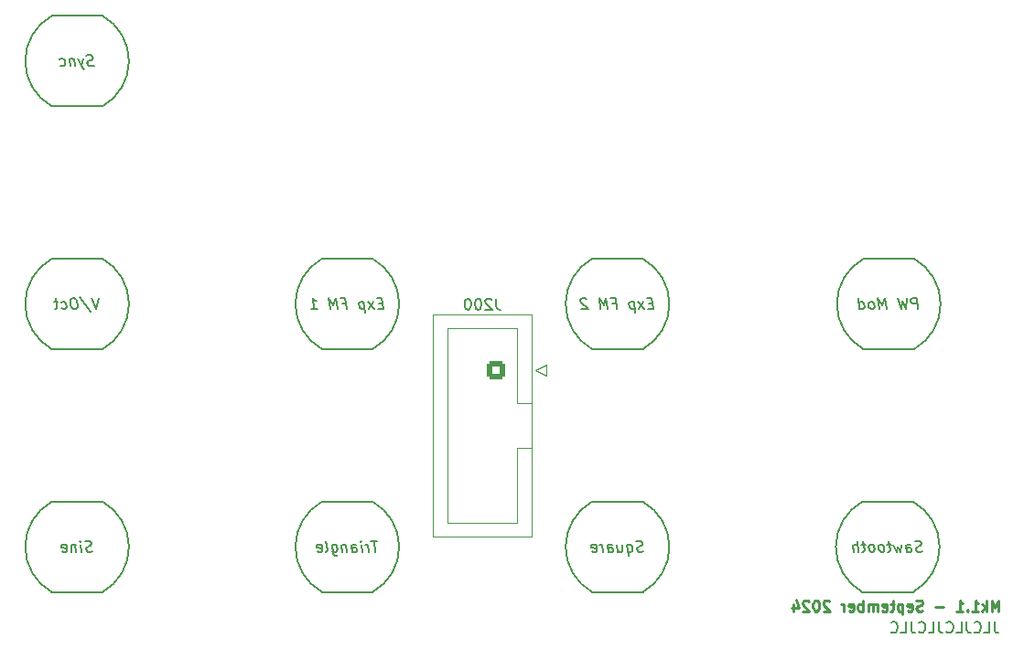
<source format=gbo>
G04 #@! TF.GenerationSoftware,KiCad,Pcbnew,8.0.3*
G04 #@! TF.CreationDate,2024-09-16T16:49:19+02:00*
G04 #@! TF.ProjectId,DMH_VCO_40106_PCB_Connectors,444d485f-5643-44f5-9f34-303130365f50,1*
G04 #@! TF.SameCoordinates,Original*
G04 #@! TF.FileFunction,Legend,Bot*
G04 #@! TF.FilePolarity,Positive*
%FSLAX46Y46*%
G04 Gerber Fmt 4.6, Leading zero omitted, Abs format (unit mm)*
G04 Created by KiCad (PCBNEW 8.0.3) date 2024-09-16 16:49:19*
%MOMM*%
%LPD*%
G01*
G04 APERTURE LIST*
G04 Aperture macros list*
%AMRoundRect*
0 Rectangle with rounded corners*
0 $1 Rounding radius*
0 $2 $3 $4 $5 $6 $7 $8 $9 X,Y pos of 4 corners*
0 Add a 4 corners polygon primitive as box body*
4,1,4,$2,$3,$4,$5,$6,$7,$8,$9,$2,$3,0*
0 Add four circle primitives for the rounded corners*
1,1,$1+$1,$2,$3*
1,1,$1+$1,$4,$5*
1,1,$1+$1,$6,$7*
1,1,$1+$1,$8,$9*
0 Add four rect primitives between the rounded corners*
20,1,$1+$1,$2,$3,$4,$5,0*
20,1,$1+$1,$4,$5,$6,$7,0*
20,1,$1+$1,$6,$7,$8,$9,0*
20,1,$1+$1,$8,$9,$2,$3,0*%
%AMHorizOval*
0 Thick line with rounded ends*
0 $1 width*
0 $2 $3 position (X,Y) of the first rounded end (center of the circle)*
0 $4 $5 position (X,Y) of the second rounded end (center of the circle)*
0 Add line between two ends*
20,1,$1,$2,$3,$4,$5,0*
0 Add two circle primitives to create the rounded ends*
1,1,$1,$2,$3*
1,1,$1,$4,$5*%
G04 Aperture macros list end*
%ADD10C,0.250000*%
%ADD11C,0.150000*%
%ADD12C,0.120000*%
%ADD13HorizOval,1.712000X-0.533159X-0.533159X0.533159X0.533159X0*%
%ADD14O,1.712000X3.220000*%
%ADD15O,3.220000X1.712000*%
%ADD16R,1.700000X1.700000*%
%ADD17O,1.700000X1.700000*%
%ADD18RoundRect,0.250000X0.600000X0.600000X-0.600000X0.600000X-0.600000X-0.600000X0.600000X-0.600000X0*%
%ADD19C,1.700000*%
G04 APERTURE END LIST*
D10*
X147773809Y-234699619D02*
X147773809Y-233699619D01*
X147773809Y-233699619D02*
X147440476Y-234413904D01*
X147440476Y-234413904D02*
X147107143Y-233699619D01*
X147107143Y-233699619D02*
X147107143Y-234699619D01*
X146630952Y-234699619D02*
X146630952Y-233699619D01*
X146535714Y-234318666D02*
X146250000Y-234699619D01*
X146250000Y-234032952D02*
X146630952Y-234413904D01*
X145297619Y-234699619D02*
X145869047Y-234699619D01*
X145583333Y-234699619D02*
X145583333Y-233699619D01*
X145583333Y-233699619D02*
X145678571Y-233842476D01*
X145678571Y-233842476D02*
X145773809Y-233937714D01*
X145773809Y-233937714D02*
X145869047Y-233985333D01*
X144869047Y-234604380D02*
X144821428Y-234652000D01*
X144821428Y-234652000D02*
X144869047Y-234699619D01*
X144869047Y-234699619D02*
X144916666Y-234652000D01*
X144916666Y-234652000D02*
X144869047Y-234604380D01*
X144869047Y-234604380D02*
X144869047Y-234699619D01*
X143869048Y-234699619D02*
X144440476Y-234699619D01*
X144154762Y-234699619D02*
X144154762Y-233699619D01*
X144154762Y-233699619D02*
X144250000Y-233842476D01*
X144250000Y-233842476D02*
X144345238Y-233937714D01*
X144345238Y-233937714D02*
X144440476Y-233985333D01*
X142678571Y-234318666D02*
X141916667Y-234318666D01*
X140726190Y-234652000D02*
X140583333Y-234699619D01*
X140583333Y-234699619D02*
X140345238Y-234699619D01*
X140345238Y-234699619D02*
X140250000Y-234652000D01*
X140250000Y-234652000D02*
X140202381Y-234604380D01*
X140202381Y-234604380D02*
X140154762Y-234509142D01*
X140154762Y-234509142D02*
X140154762Y-234413904D01*
X140154762Y-234413904D02*
X140202381Y-234318666D01*
X140202381Y-234318666D02*
X140250000Y-234271047D01*
X140250000Y-234271047D02*
X140345238Y-234223428D01*
X140345238Y-234223428D02*
X140535714Y-234175809D01*
X140535714Y-234175809D02*
X140630952Y-234128190D01*
X140630952Y-234128190D02*
X140678571Y-234080571D01*
X140678571Y-234080571D02*
X140726190Y-233985333D01*
X140726190Y-233985333D02*
X140726190Y-233890095D01*
X140726190Y-233890095D02*
X140678571Y-233794857D01*
X140678571Y-233794857D02*
X140630952Y-233747238D01*
X140630952Y-233747238D02*
X140535714Y-233699619D01*
X140535714Y-233699619D02*
X140297619Y-233699619D01*
X140297619Y-233699619D02*
X140154762Y-233747238D01*
X139345238Y-234652000D02*
X139440476Y-234699619D01*
X139440476Y-234699619D02*
X139630952Y-234699619D01*
X139630952Y-234699619D02*
X139726190Y-234652000D01*
X139726190Y-234652000D02*
X139773809Y-234556761D01*
X139773809Y-234556761D02*
X139773809Y-234175809D01*
X139773809Y-234175809D02*
X139726190Y-234080571D01*
X139726190Y-234080571D02*
X139630952Y-234032952D01*
X139630952Y-234032952D02*
X139440476Y-234032952D01*
X139440476Y-234032952D02*
X139345238Y-234080571D01*
X139345238Y-234080571D02*
X139297619Y-234175809D01*
X139297619Y-234175809D02*
X139297619Y-234271047D01*
X139297619Y-234271047D02*
X139773809Y-234366285D01*
X138869047Y-234032952D02*
X138869047Y-235032952D01*
X138869047Y-234080571D02*
X138773809Y-234032952D01*
X138773809Y-234032952D02*
X138583333Y-234032952D01*
X138583333Y-234032952D02*
X138488095Y-234080571D01*
X138488095Y-234080571D02*
X138440476Y-234128190D01*
X138440476Y-234128190D02*
X138392857Y-234223428D01*
X138392857Y-234223428D02*
X138392857Y-234509142D01*
X138392857Y-234509142D02*
X138440476Y-234604380D01*
X138440476Y-234604380D02*
X138488095Y-234652000D01*
X138488095Y-234652000D02*
X138583333Y-234699619D01*
X138583333Y-234699619D02*
X138773809Y-234699619D01*
X138773809Y-234699619D02*
X138869047Y-234652000D01*
X138107142Y-234032952D02*
X137726190Y-234032952D01*
X137964285Y-233699619D02*
X137964285Y-234556761D01*
X137964285Y-234556761D02*
X137916666Y-234652000D01*
X137916666Y-234652000D02*
X137821428Y-234699619D01*
X137821428Y-234699619D02*
X137726190Y-234699619D01*
X137011904Y-234652000D02*
X137107142Y-234699619D01*
X137107142Y-234699619D02*
X137297618Y-234699619D01*
X137297618Y-234699619D02*
X137392856Y-234652000D01*
X137392856Y-234652000D02*
X137440475Y-234556761D01*
X137440475Y-234556761D02*
X137440475Y-234175809D01*
X137440475Y-234175809D02*
X137392856Y-234080571D01*
X137392856Y-234080571D02*
X137297618Y-234032952D01*
X137297618Y-234032952D02*
X137107142Y-234032952D01*
X137107142Y-234032952D02*
X137011904Y-234080571D01*
X137011904Y-234080571D02*
X136964285Y-234175809D01*
X136964285Y-234175809D02*
X136964285Y-234271047D01*
X136964285Y-234271047D02*
X137440475Y-234366285D01*
X136535713Y-234699619D02*
X136535713Y-234032952D01*
X136535713Y-234128190D02*
X136488094Y-234080571D01*
X136488094Y-234080571D02*
X136392856Y-234032952D01*
X136392856Y-234032952D02*
X136249999Y-234032952D01*
X136249999Y-234032952D02*
X136154761Y-234080571D01*
X136154761Y-234080571D02*
X136107142Y-234175809D01*
X136107142Y-234175809D02*
X136107142Y-234699619D01*
X136107142Y-234175809D02*
X136059523Y-234080571D01*
X136059523Y-234080571D02*
X135964285Y-234032952D01*
X135964285Y-234032952D02*
X135821428Y-234032952D01*
X135821428Y-234032952D02*
X135726189Y-234080571D01*
X135726189Y-234080571D02*
X135678570Y-234175809D01*
X135678570Y-234175809D02*
X135678570Y-234699619D01*
X135202380Y-234699619D02*
X135202380Y-233699619D01*
X135202380Y-234080571D02*
X135107142Y-234032952D01*
X135107142Y-234032952D02*
X134916666Y-234032952D01*
X134916666Y-234032952D02*
X134821428Y-234080571D01*
X134821428Y-234080571D02*
X134773809Y-234128190D01*
X134773809Y-234128190D02*
X134726190Y-234223428D01*
X134726190Y-234223428D02*
X134726190Y-234509142D01*
X134726190Y-234509142D02*
X134773809Y-234604380D01*
X134773809Y-234604380D02*
X134821428Y-234652000D01*
X134821428Y-234652000D02*
X134916666Y-234699619D01*
X134916666Y-234699619D02*
X135107142Y-234699619D01*
X135107142Y-234699619D02*
X135202380Y-234652000D01*
X133916666Y-234652000D02*
X134011904Y-234699619D01*
X134011904Y-234699619D02*
X134202380Y-234699619D01*
X134202380Y-234699619D02*
X134297618Y-234652000D01*
X134297618Y-234652000D02*
X134345237Y-234556761D01*
X134345237Y-234556761D02*
X134345237Y-234175809D01*
X134345237Y-234175809D02*
X134297618Y-234080571D01*
X134297618Y-234080571D02*
X134202380Y-234032952D01*
X134202380Y-234032952D02*
X134011904Y-234032952D01*
X134011904Y-234032952D02*
X133916666Y-234080571D01*
X133916666Y-234080571D02*
X133869047Y-234175809D01*
X133869047Y-234175809D02*
X133869047Y-234271047D01*
X133869047Y-234271047D02*
X134345237Y-234366285D01*
X133440475Y-234699619D02*
X133440475Y-234032952D01*
X133440475Y-234223428D02*
X133392856Y-234128190D01*
X133392856Y-234128190D02*
X133345237Y-234080571D01*
X133345237Y-234080571D02*
X133249999Y-234032952D01*
X133249999Y-234032952D02*
X133154761Y-234032952D01*
X132107141Y-233794857D02*
X132059522Y-233747238D01*
X132059522Y-233747238D02*
X131964284Y-233699619D01*
X131964284Y-233699619D02*
X131726189Y-233699619D01*
X131726189Y-233699619D02*
X131630951Y-233747238D01*
X131630951Y-233747238D02*
X131583332Y-233794857D01*
X131583332Y-233794857D02*
X131535713Y-233890095D01*
X131535713Y-233890095D02*
X131535713Y-233985333D01*
X131535713Y-233985333D02*
X131583332Y-234128190D01*
X131583332Y-234128190D02*
X132154760Y-234699619D01*
X132154760Y-234699619D02*
X131535713Y-234699619D01*
X130916665Y-233699619D02*
X130821427Y-233699619D01*
X130821427Y-233699619D02*
X130726189Y-233747238D01*
X130726189Y-233747238D02*
X130678570Y-233794857D01*
X130678570Y-233794857D02*
X130630951Y-233890095D01*
X130630951Y-233890095D02*
X130583332Y-234080571D01*
X130583332Y-234080571D02*
X130583332Y-234318666D01*
X130583332Y-234318666D02*
X130630951Y-234509142D01*
X130630951Y-234509142D02*
X130678570Y-234604380D01*
X130678570Y-234604380D02*
X130726189Y-234652000D01*
X130726189Y-234652000D02*
X130821427Y-234699619D01*
X130821427Y-234699619D02*
X130916665Y-234699619D01*
X130916665Y-234699619D02*
X131011903Y-234652000D01*
X131011903Y-234652000D02*
X131059522Y-234604380D01*
X131059522Y-234604380D02*
X131107141Y-234509142D01*
X131107141Y-234509142D02*
X131154760Y-234318666D01*
X131154760Y-234318666D02*
X131154760Y-234080571D01*
X131154760Y-234080571D02*
X131107141Y-233890095D01*
X131107141Y-233890095D02*
X131059522Y-233794857D01*
X131059522Y-233794857D02*
X131011903Y-233747238D01*
X131011903Y-233747238D02*
X130916665Y-233699619D01*
X130202379Y-233794857D02*
X130154760Y-233747238D01*
X130154760Y-233747238D02*
X130059522Y-233699619D01*
X130059522Y-233699619D02*
X129821427Y-233699619D01*
X129821427Y-233699619D02*
X129726189Y-233747238D01*
X129726189Y-233747238D02*
X129678570Y-233794857D01*
X129678570Y-233794857D02*
X129630951Y-233890095D01*
X129630951Y-233890095D02*
X129630951Y-233985333D01*
X129630951Y-233985333D02*
X129678570Y-234128190D01*
X129678570Y-234128190D02*
X130249998Y-234699619D01*
X130249998Y-234699619D02*
X129630951Y-234699619D01*
X128773808Y-234032952D02*
X128773808Y-234699619D01*
X129011903Y-233652000D02*
X129249998Y-234366285D01*
X129249998Y-234366285D02*
X128630951Y-234366285D01*
D11*
X147369048Y-235704819D02*
X147369048Y-236419104D01*
X147369048Y-236419104D02*
X147416667Y-236561961D01*
X147416667Y-236561961D02*
X147511905Y-236657200D01*
X147511905Y-236657200D02*
X147654762Y-236704819D01*
X147654762Y-236704819D02*
X147750000Y-236704819D01*
X146416667Y-236704819D02*
X146892857Y-236704819D01*
X146892857Y-236704819D02*
X146892857Y-235704819D01*
X145511905Y-236609580D02*
X145559524Y-236657200D01*
X145559524Y-236657200D02*
X145702381Y-236704819D01*
X145702381Y-236704819D02*
X145797619Y-236704819D01*
X145797619Y-236704819D02*
X145940476Y-236657200D01*
X145940476Y-236657200D02*
X146035714Y-236561961D01*
X146035714Y-236561961D02*
X146083333Y-236466723D01*
X146083333Y-236466723D02*
X146130952Y-236276247D01*
X146130952Y-236276247D02*
X146130952Y-236133390D01*
X146130952Y-236133390D02*
X146083333Y-235942914D01*
X146083333Y-235942914D02*
X146035714Y-235847676D01*
X146035714Y-235847676D02*
X145940476Y-235752438D01*
X145940476Y-235752438D02*
X145797619Y-235704819D01*
X145797619Y-235704819D02*
X145702381Y-235704819D01*
X145702381Y-235704819D02*
X145559524Y-235752438D01*
X145559524Y-235752438D02*
X145511905Y-235800057D01*
X144797619Y-235704819D02*
X144797619Y-236419104D01*
X144797619Y-236419104D02*
X144845238Y-236561961D01*
X144845238Y-236561961D02*
X144940476Y-236657200D01*
X144940476Y-236657200D02*
X145083333Y-236704819D01*
X145083333Y-236704819D02*
X145178571Y-236704819D01*
X143845238Y-236704819D02*
X144321428Y-236704819D01*
X144321428Y-236704819D02*
X144321428Y-235704819D01*
X142940476Y-236609580D02*
X142988095Y-236657200D01*
X142988095Y-236657200D02*
X143130952Y-236704819D01*
X143130952Y-236704819D02*
X143226190Y-236704819D01*
X143226190Y-236704819D02*
X143369047Y-236657200D01*
X143369047Y-236657200D02*
X143464285Y-236561961D01*
X143464285Y-236561961D02*
X143511904Y-236466723D01*
X143511904Y-236466723D02*
X143559523Y-236276247D01*
X143559523Y-236276247D02*
X143559523Y-236133390D01*
X143559523Y-236133390D02*
X143511904Y-235942914D01*
X143511904Y-235942914D02*
X143464285Y-235847676D01*
X143464285Y-235847676D02*
X143369047Y-235752438D01*
X143369047Y-235752438D02*
X143226190Y-235704819D01*
X143226190Y-235704819D02*
X143130952Y-235704819D01*
X143130952Y-235704819D02*
X142988095Y-235752438D01*
X142988095Y-235752438D02*
X142940476Y-235800057D01*
X142226190Y-235704819D02*
X142226190Y-236419104D01*
X142226190Y-236419104D02*
X142273809Y-236561961D01*
X142273809Y-236561961D02*
X142369047Y-236657200D01*
X142369047Y-236657200D02*
X142511904Y-236704819D01*
X142511904Y-236704819D02*
X142607142Y-236704819D01*
X141273809Y-236704819D02*
X141749999Y-236704819D01*
X141749999Y-236704819D02*
X141749999Y-235704819D01*
X140369047Y-236609580D02*
X140416666Y-236657200D01*
X140416666Y-236657200D02*
X140559523Y-236704819D01*
X140559523Y-236704819D02*
X140654761Y-236704819D01*
X140654761Y-236704819D02*
X140797618Y-236657200D01*
X140797618Y-236657200D02*
X140892856Y-236561961D01*
X140892856Y-236561961D02*
X140940475Y-236466723D01*
X140940475Y-236466723D02*
X140988094Y-236276247D01*
X140988094Y-236276247D02*
X140988094Y-236133390D01*
X140988094Y-236133390D02*
X140940475Y-235942914D01*
X140940475Y-235942914D02*
X140892856Y-235847676D01*
X140892856Y-235847676D02*
X140797618Y-235752438D01*
X140797618Y-235752438D02*
X140654761Y-235704819D01*
X140654761Y-235704819D02*
X140559523Y-235704819D01*
X140559523Y-235704819D02*
X140416666Y-235752438D01*
X140416666Y-235752438D02*
X140369047Y-235800057D01*
X139654761Y-235704819D02*
X139654761Y-236419104D01*
X139654761Y-236419104D02*
X139702380Y-236561961D01*
X139702380Y-236561961D02*
X139797618Y-236657200D01*
X139797618Y-236657200D02*
X139940475Y-236704819D01*
X139940475Y-236704819D02*
X140035713Y-236704819D01*
X138702380Y-236704819D02*
X139178570Y-236704819D01*
X139178570Y-236704819D02*
X139178570Y-235704819D01*
X137797618Y-236609580D02*
X137845237Y-236657200D01*
X137845237Y-236657200D02*
X137988094Y-236704819D01*
X137988094Y-236704819D02*
X138083332Y-236704819D01*
X138083332Y-236704819D02*
X138226189Y-236657200D01*
X138226189Y-236657200D02*
X138321427Y-236561961D01*
X138321427Y-236561961D02*
X138369046Y-236466723D01*
X138369046Y-236466723D02*
X138416665Y-236276247D01*
X138416665Y-236276247D02*
X138416665Y-236133390D01*
X138416665Y-236133390D02*
X138369046Y-235942914D01*
X138369046Y-235942914D02*
X138321427Y-235847676D01*
X138321427Y-235847676D02*
X138226189Y-235752438D01*
X138226189Y-235752438D02*
X138083332Y-235704819D01*
X138083332Y-235704819D02*
X137988094Y-235704819D01*
X137988094Y-235704819D02*
X137845237Y-235752438D01*
X137845237Y-235752438D02*
X137797618Y-235800057D01*
X140690476Y-229157200D02*
X140553572Y-229204819D01*
X140553572Y-229204819D02*
X140315476Y-229204819D01*
X140315476Y-229204819D02*
X140214286Y-229157200D01*
X140214286Y-229157200D02*
X140160714Y-229109580D01*
X140160714Y-229109580D02*
X140101191Y-229014342D01*
X140101191Y-229014342D02*
X140089286Y-228919104D01*
X140089286Y-228919104D02*
X140125000Y-228823866D01*
X140125000Y-228823866D02*
X140166667Y-228776247D01*
X140166667Y-228776247D02*
X140255953Y-228728628D01*
X140255953Y-228728628D02*
X140440476Y-228681009D01*
X140440476Y-228681009D02*
X140529762Y-228633390D01*
X140529762Y-228633390D02*
X140571429Y-228585771D01*
X140571429Y-228585771D02*
X140607143Y-228490533D01*
X140607143Y-228490533D02*
X140595238Y-228395295D01*
X140595238Y-228395295D02*
X140535714Y-228300057D01*
X140535714Y-228300057D02*
X140482143Y-228252438D01*
X140482143Y-228252438D02*
X140380953Y-228204819D01*
X140380953Y-228204819D02*
X140142857Y-228204819D01*
X140142857Y-228204819D02*
X140005953Y-228252438D01*
X139267857Y-229204819D02*
X139202381Y-228681009D01*
X139202381Y-228681009D02*
X139238095Y-228585771D01*
X139238095Y-228585771D02*
X139327381Y-228538152D01*
X139327381Y-228538152D02*
X139517857Y-228538152D01*
X139517857Y-228538152D02*
X139619048Y-228585771D01*
X139261905Y-229157200D02*
X139363095Y-229204819D01*
X139363095Y-229204819D02*
X139601191Y-229204819D01*
X139601191Y-229204819D02*
X139690476Y-229157200D01*
X139690476Y-229157200D02*
X139726191Y-229061961D01*
X139726191Y-229061961D02*
X139714286Y-228966723D01*
X139714286Y-228966723D02*
X139654762Y-228871485D01*
X139654762Y-228871485D02*
X139553572Y-228823866D01*
X139553572Y-228823866D02*
X139315476Y-228823866D01*
X139315476Y-228823866D02*
X139214286Y-228776247D01*
X138803571Y-228538152D02*
X138696429Y-229204819D01*
X138696429Y-229204819D02*
X138446429Y-228728628D01*
X138446429Y-228728628D02*
X138315476Y-229204819D01*
X138315476Y-229204819D02*
X138041667Y-228538152D01*
X137803571Y-228538152D02*
X137422619Y-228538152D01*
X137619048Y-228204819D02*
X137726191Y-229061961D01*
X137726191Y-229061961D02*
X137690476Y-229157200D01*
X137690476Y-229157200D02*
X137601191Y-229204819D01*
X137601191Y-229204819D02*
X137505952Y-229204819D01*
X137029762Y-229204819D02*
X137119047Y-229157200D01*
X137119047Y-229157200D02*
X137160714Y-229109580D01*
X137160714Y-229109580D02*
X137196428Y-229014342D01*
X137196428Y-229014342D02*
X137160714Y-228728628D01*
X137160714Y-228728628D02*
X137101190Y-228633390D01*
X137101190Y-228633390D02*
X137047619Y-228585771D01*
X137047619Y-228585771D02*
X136946428Y-228538152D01*
X136946428Y-228538152D02*
X136803571Y-228538152D01*
X136803571Y-228538152D02*
X136714285Y-228585771D01*
X136714285Y-228585771D02*
X136672619Y-228633390D01*
X136672619Y-228633390D02*
X136636904Y-228728628D01*
X136636904Y-228728628D02*
X136672619Y-229014342D01*
X136672619Y-229014342D02*
X136732142Y-229109580D01*
X136732142Y-229109580D02*
X136785714Y-229157200D01*
X136785714Y-229157200D02*
X136886904Y-229204819D01*
X136886904Y-229204819D02*
X137029762Y-229204819D01*
X136125000Y-229204819D02*
X136214285Y-229157200D01*
X136214285Y-229157200D02*
X136255952Y-229109580D01*
X136255952Y-229109580D02*
X136291666Y-229014342D01*
X136291666Y-229014342D02*
X136255952Y-228728628D01*
X136255952Y-228728628D02*
X136196428Y-228633390D01*
X136196428Y-228633390D02*
X136142857Y-228585771D01*
X136142857Y-228585771D02*
X136041666Y-228538152D01*
X136041666Y-228538152D02*
X135898809Y-228538152D01*
X135898809Y-228538152D02*
X135809523Y-228585771D01*
X135809523Y-228585771D02*
X135767857Y-228633390D01*
X135767857Y-228633390D02*
X135732142Y-228728628D01*
X135732142Y-228728628D02*
X135767857Y-229014342D01*
X135767857Y-229014342D02*
X135827380Y-229109580D01*
X135827380Y-229109580D02*
X135880952Y-229157200D01*
X135880952Y-229157200D02*
X135982142Y-229204819D01*
X135982142Y-229204819D02*
X136125000Y-229204819D01*
X135422618Y-228538152D02*
X135041666Y-228538152D01*
X135238095Y-228204819D02*
X135345238Y-229061961D01*
X135345238Y-229061961D02*
X135309523Y-229157200D01*
X135309523Y-229157200D02*
X135220238Y-229204819D01*
X135220238Y-229204819D02*
X135124999Y-229204819D01*
X134791666Y-229204819D02*
X134666666Y-228204819D01*
X134363094Y-229204819D02*
X134297618Y-228681009D01*
X134297618Y-228681009D02*
X134333332Y-228585771D01*
X134333332Y-228585771D02*
X134422618Y-228538152D01*
X134422618Y-228538152D02*
X134565475Y-228538152D01*
X134565475Y-228538152D02*
X134666666Y-228585771D01*
X134666666Y-228585771D02*
X134720237Y-228633390D01*
X90261905Y-228204819D02*
X89690476Y-228204819D01*
X90101191Y-229204819D02*
X89976191Y-228204819D01*
X89482143Y-229204819D02*
X89398809Y-228538152D01*
X89422619Y-228728628D02*
X89363095Y-228633390D01*
X89363095Y-228633390D02*
X89309524Y-228585771D01*
X89309524Y-228585771D02*
X89208333Y-228538152D01*
X89208333Y-228538152D02*
X89113095Y-228538152D01*
X88863095Y-229204819D02*
X88779761Y-228538152D01*
X88738095Y-228204819D02*
X88791666Y-228252438D01*
X88791666Y-228252438D02*
X88749999Y-228300057D01*
X88749999Y-228300057D02*
X88696428Y-228252438D01*
X88696428Y-228252438D02*
X88738095Y-228204819D01*
X88738095Y-228204819D02*
X88749999Y-228300057D01*
X87958333Y-229204819D02*
X87892857Y-228681009D01*
X87892857Y-228681009D02*
X87928571Y-228585771D01*
X87928571Y-228585771D02*
X88017857Y-228538152D01*
X88017857Y-228538152D02*
X88208333Y-228538152D01*
X88208333Y-228538152D02*
X88309524Y-228585771D01*
X87952381Y-229157200D02*
X88053571Y-229204819D01*
X88053571Y-229204819D02*
X88291667Y-229204819D01*
X88291667Y-229204819D02*
X88380952Y-229157200D01*
X88380952Y-229157200D02*
X88416667Y-229061961D01*
X88416667Y-229061961D02*
X88404762Y-228966723D01*
X88404762Y-228966723D02*
X88345238Y-228871485D01*
X88345238Y-228871485D02*
X88244048Y-228823866D01*
X88244048Y-228823866D02*
X88005952Y-228823866D01*
X88005952Y-228823866D02*
X87904762Y-228776247D01*
X87398809Y-228538152D02*
X87482143Y-229204819D01*
X87410714Y-228633390D02*
X87357143Y-228585771D01*
X87357143Y-228585771D02*
X87255952Y-228538152D01*
X87255952Y-228538152D02*
X87113095Y-228538152D01*
X87113095Y-228538152D02*
X87023809Y-228585771D01*
X87023809Y-228585771D02*
X86988095Y-228681009D01*
X86988095Y-228681009D02*
X87053571Y-229204819D01*
X86065476Y-228538152D02*
X86166666Y-229347676D01*
X86166666Y-229347676D02*
X86226190Y-229442914D01*
X86226190Y-229442914D02*
X86279762Y-229490533D01*
X86279762Y-229490533D02*
X86380952Y-229538152D01*
X86380952Y-229538152D02*
X86523809Y-229538152D01*
X86523809Y-229538152D02*
X86613095Y-229490533D01*
X86142857Y-229157200D02*
X86244047Y-229204819D01*
X86244047Y-229204819D02*
X86434524Y-229204819D01*
X86434524Y-229204819D02*
X86523809Y-229157200D01*
X86523809Y-229157200D02*
X86565476Y-229109580D01*
X86565476Y-229109580D02*
X86601190Y-229014342D01*
X86601190Y-229014342D02*
X86565476Y-228728628D01*
X86565476Y-228728628D02*
X86505952Y-228633390D01*
X86505952Y-228633390D02*
X86452381Y-228585771D01*
X86452381Y-228585771D02*
X86351190Y-228538152D01*
X86351190Y-228538152D02*
X86160714Y-228538152D01*
X86160714Y-228538152D02*
X86071428Y-228585771D01*
X85529762Y-229204819D02*
X85619047Y-229157200D01*
X85619047Y-229157200D02*
X85654762Y-229061961D01*
X85654762Y-229061961D02*
X85547619Y-228204819D01*
X84761904Y-229157200D02*
X84863094Y-229204819D01*
X84863094Y-229204819D02*
X85053571Y-229204819D01*
X85053571Y-229204819D02*
X85142856Y-229157200D01*
X85142856Y-229157200D02*
X85178571Y-229061961D01*
X85178571Y-229061961D02*
X85130952Y-228681009D01*
X85130952Y-228681009D02*
X85071428Y-228585771D01*
X85071428Y-228585771D02*
X84970237Y-228538152D01*
X84970237Y-228538152D02*
X84779761Y-228538152D01*
X84779761Y-228538152D02*
X84690475Y-228585771D01*
X84690475Y-228585771D02*
X84654761Y-228681009D01*
X84654761Y-228681009D02*
X84666666Y-228776247D01*
X84666666Y-228776247D02*
X85154761Y-228871485D01*
X64047618Y-184157200D02*
X63910714Y-184204819D01*
X63910714Y-184204819D02*
X63672618Y-184204819D01*
X63672618Y-184204819D02*
X63571428Y-184157200D01*
X63571428Y-184157200D02*
X63517856Y-184109580D01*
X63517856Y-184109580D02*
X63458333Y-184014342D01*
X63458333Y-184014342D02*
X63446428Y-183919104D01*
X63446428Y-183919104D02*
X63482142Y-183823866D01*
X63482142Y-183823866D02*
X63523809Y-183776247D01*
X63523809Y-183776247D02*
X63613095Y-183728628D01*
X63613095Y-183728628D02*
X63797618Y-183681009D01*
X63797618Y-183681009D02*
X63886904Y-183633390D01*
X63886904Y-183633390D02*
X63928571Y-183585771D01*
X63928571Y-183585771D02*
X63964285Y-183490533D01*
X63964285Y-183490533D02*
X63952380Y-183395295D01*
X63952380Y-183395295D02*
X63892856Y-183300057D01*
X63892856Y-183300057D02*
X63839285Y-183252438D01*
X63839285Y-183252438D02*
X63738095Y-183204819D01*
X63738095Y-183204819D02*
X63499999Y-183204819D01*
X63499999Y-183204819D02*
X63363095Y-183252438D01*
X63065475Y-183538152D02*
X62910714Y-184204819D01*
X62589285Y-183538152D02*
X62910714Y-184204819D01*
X62910714Y-184204819D02*
X63035714Y-184442914D01*
X63035714Y-184442914D02*
X63089285Y-184490533D01*
X63089285Y-184490533D02*
X63190475Y-184538152D01*
X62208332Y-183538152D02*
X62291666Y-184204819D01*
X62220237Y-183633390D02*
X62166666Y-183585771D01*
X62166666Y-183585771D02*
X62065475Y-183538152D01*
X62065475Y-183538152D02*
X61922618Y-183538152D01*
X61922618Y-183538152D02*
X61833332Y-183585771D01*
X61833332Y-183585771D02*
X61797618Y-183681009D01*
X61797618Y-183681009D02*
X61863094Y-184204819D01*
X60952380Y-184157200D02*
X61053570Y-184204819D01*
X61053570Y-184204819D02*
X61244047Y-184204819D01*
X61244047Y-184204819D02*
X61333332Y-184157200D01*
X61333332Y-184157200D02*
X61374999Y-184109580D01*
X61374999Y-184109580D02*
X61410713Y-184014342D01*
X61410713Y-184014342D02*
X61374999Y-183728628D01*
X61374999Y-183728628D02*
X61315475Y-183633390D01*
X61315475Y-183633390D02*
X61261904Y-183585771D01*
X61261904Y-183585771D02*
X61160713Y-183538152D01*
X61160713Y-183538152D02*
X60970237Y-183538152D01*
X60970237Y-183538152D02*
X60880951Y-183585771D01*
X64476190Y-205704819D02*
X64267856Y-206704819D01*
X64267856Y-206704819D02*
X63809523Y-205704819D01*
X62755952Y-205657200D02*
X63773809Y-206942914D01*
X62238094Y-205704819D02*
X62047618Y-205704819D01*
X62047618Y-205704819D02*
X61958333Y-205752438D01*
X61958333Y-205752438D02*
X61874999Y-205847676D01*
X61874999Y-205847676D02*
X61851190Y-206038152D01*
X61851190Y-206038152D02*
X61892856Y-206371485D01*
X61892856Y-206371485D02*
X61964285Y-206561961D01*
X61964285Y-206561961D02*
X62071428Y-206657200D01*
X62071428Y-206657200D02*
X62172618Y-206704819D01*
X62172618Y-206704819D02*
X62363094Y-206704819D01*
X62363094Y-206704819D02*
X62452380Y-206657200D01*
X62452380Y-206657200D02*
X62535714Y-206561961D01*
X62535714Y-206561961D02*
X62559523Y-206371485D01*
X62559523Y-206371485D02*
X62517856Y-206038152D01*
X62517856Y-206038152D02*
X62446428Y-205847676D01*
X62446428Y-205847676D02*
X62339285Y-205752438D01*
X62339285Y-205752438D02*
X62238094Y-205704819D01*
X61071428Y-206657200D02*
X61172618Y-206704819D01*
X61172618Y-206704819D02*
X61363095Y-206704819D01*
X61363095Y-206704819D02*
X61452380Y-206657200D01*
X61452380Y-206657200D02*
X61494047Y-206609580D01*
X61494047Y-206609580D02*
X61529761Y-206514342D01*
X61529761Y-206514342D02*
X61494047Y-206228628D01*
X61494047Y-206228628D02*
X61434523Y-206133390D01*
X61434523Y-206133390D02*
X61380952Y-206085771D01*
X61380952Y-206085771D02*
X61279761Y-206038152D01*
X61279761Y-206038152D02*
X61089285Y-206038152D01*
X61089285Y-206038152D02*
X60999999Y-206085771D01*
X60708332Y-206038152D02*
X60327380Y-206038152D01*
X60523809Y-205704819D02*
X60630952Y-206561961D01*
X60630952Y-206561961D02*
X60595237Y-206657200D01*
X60595237Y-206657200D02*
X60505952Y-206704819D01*
X60505952Y-206704819D02*
X60410713Y-206704819D01*
X140292618Y-206704819D02*
X140167618Y-205704819D01*
X140167618Y-205704819D02*
X139786665Y-205704819D01*
X139786665Y-205704819D02*
X139697380Y-205752438D01*
X139697380Y-205752438D02*
X139655713Y-205800057D01*
X139655713Y-205800057D02*
X139619999Y-205895295D01*
X139619999Y-205895295D02*
X139637856Y-206038152D01*
X139637856Y-206038152D02*
X139697380Y-206133390D01*
X139697380Y-206133390D02*
X139750951Y-206181009D01*
X139750951Y-206181009D02*
X139852141Y-206228628D01*
X139852141Y-206228628D02*
X140233094Y-206228628D01*
X139262856Y-205704819D02*
X139149761Y-206704819D01*
X139149761Y-206704819D02*
X138869999Y-205990533D01*
X138869999Y-205990533D02*
X138768808Y-206704819D01*
X138768808Y-206704819D02*
X138405713Y-205704819D01*
X137387856Y-206704819D02*
X137262856Y-205704819D01*
X137262856Y-205704819D02*
X137018808Y-206419104D01*
X137018808Y-206419104D02*
X136596189Y-205704819D01*
X136596189Y-205704819D02*
X136721189Y-206704819D01*
X136102142Y-206704819D02*
X136191427Y-206657200D01*
X136191427Y-206657200D02*
X136233094Y-206609580D01*
X136233094Y-206609580D02*
X136268808Y-206514342D01*
X136268808Y-206514342D02*
X136233094Y-206228628D01*
X136233094Y-206228628D02*
X136173570Y-206133390D01*
X136173570Y-206133390D02*
X136119999Y-206085771D01*
X136119999Y-206085771D02*
X136018808Y-206038152D01*
X136018808Y-206038152D02*
X135875951Y-206038152D01*
X135875951Y-206038152D02*
X135786665Y-206085771D01*
X135786665Y-206085771D02*
X135744999Y-206133390D01*
X135744999Y-206133390D02*
X135709284Y-206228628D01*
X135709284Y-206228628D02*
X135744999Y-206514342D01*
X135744999Y-206514342D02*
X135804522Y-206609580D01*
X135804522Y-206609580D02*
X135858094Y-206657200D01*
X135858094Y-206657200D02*
X135959284Y-206704819D01*
X135959284Y-206704819D02*
X136102142Y-206704819D01*
X134911665Y-206704819D02*
X134786665Y-205704819D01*
X134905713Y-206657200D02*
X135006903Y-206704819D01*
X135006903Y-206704819D02*
X135197380Y-206704819D01*
X135197380Y-206704819D02*
X135286665Y-206657200D01*
X135286665Y-206657200D02*
X135328332Y-206609580D01*
X135328332Y-206609580D02*
X135364046Y-206514342D01*
X135364046Y-206514342D02*
X135328332Y-206228628D01*
X135328332Y-206228628D02*
X135268808Y-206133390D01*
X135268808Y-206133390D02*
X135215237Y-206085771D01*
X135215237Y-206085771D02*
X135114046Y-206038152D01*
X135114046Y-206038152D02*
X134923570Y-206038152D01*
X134923570Y-206038152D02*
X134834284Y-206085771D01*
X90749999Y-206181009D02*
X90416666Y-206181009D01*
X90339285Y-206704819D02*
X90815476Y-206704819D01*
X90815476Y-206704819D02*
X90690476Y-205704819D01*
X90690476Y-205704819D02*
X90214285Y-205704819D01*
X90005952Y-206704819D02*
X89398809Y-206038152D01*
X89922618Y-206038152D02*
X89482142Y-206704819D01*
X89017856Y-206038152D02*
X89142856Y-207038152D01*
X89023809Y-206085771D02*
X88922618Y-206038152D01*
X88922618Y-206038152D02*
X88732142Y-206038152D01*
X88732142Y-206038152D02*
X88642856Y-206085771D01*
X88642856Y-206085771D02*
X88601190Y-206133390D01*
X88601190Y-206133390D02*
X88565475Y-206228628D01*
X88565475Y-206228628D02*
X88601190Y-206514342D01*
X88601190Y-206514342D02*
X88660713Y-206609580D01*
X88660713Y-206609580D02*
X88714285Y-206657200D01*
X88714285Y-206657200D02*
X88815475Y-206704819D01*
X88815475Y-206704819D02*
X89005952Y-206704819D01*
X89005952Y-206704819D02*
X89095237Y-206657200D01*
X87035713Y-206181009D02*
X87369046Y-206181009D01*
X87434523Y-206704819D02*
X87309523Y-205704819D01*
X87309523Y-205704819D02*
X86833332Y-205704819D01*
X86577380Y-206704819D02*
X86452380Y-205704819D01*
X86452380Y-205704819D02*
X86208332Y-206419104D01*
X86208332Y-206419104D02*
X85785713Y-205704819D01*
X85785713Y-205704819D02*
X85910713Y-206704819D01*
X84148808Y-206704819D02*
X84720237Y-206704819D01*
X84434522Y-206704819D02*
X84309522Y-205704819D01*
X84309522Y-205704819D02*
X84422618Y-205847676D01*
X84422618Y-205847676D02*
X84529761Y-205942914D01*
X84529761Y-205942914D02*
X84630951Y-205990533D01*
X114880952Y-229157200D02*
X114744048Y-229204819D01*
X114744048Y-229204819D02*
X114505952Y-229204819D01*
X114505952Y-229204819D02*
X114404762Y-229157200D01*
X114404762Y-229157200D02*
X114351190Y-229109580D01*
X114351190Y-229109580D02*
X114291667Y-229014342D01*
X114291667Y-229014342D02*
X114279762Y-228919104D01*
X114279762Y-228919104D02*
X114315476Y-228823866D01*
X114315476Y-228823866D02*
X114357143Y-228776247D01*
X114357143Y-228776247D02*
X114446429Y-228728628D01*
X114446429Y-228728628D02*
X114630952Y-228681009D01*
X114630952Y-228681009D02*
X114720238Y-228633390D01*
X114720238Y-228633390D02*
X114761905Y-228585771D01*
X114761905Y-228585771D02*
X114797619Y-228490533D01*
X114797619Y-228490533D02*
X114785714Y-228395295D01*
X114785714Y-228395295D02*
X114726190Y-228300057D01*
X114726190Y-228300057D02*
X114672619Y-228252438D01*
X114672619Y-228252438D02*
X114571429Y-228204819D01*
X114571429Y-228204819D02*
X114333333Y-228204819D01*
X114333333Y-228204819D02*
X114196429Y-228252438D01*
X113375000Y-228538152D02*
X113500000Y-229538152D01*
X113452381Y-229157200D02*
X113553571Y-229204819D01*
X113553571Y-229204819D02*
X113744048Y-229204819D01*
X113744048Y-229204819D02*
X113833333Y-229157200D01*
X113833333Y-229157200D02*
X113875000Y-229109580D01*
X113875000Y-229109580D02*
X113910714Y-229014342D01*
X113910714Y-229014342D02*
X113875000Y-228728628D01*
X113875000Y-228728628D02*
X113815476Y-228633390D01*
X113815476Y-228633390D02*
X113761905Y-228585771D01*
X113761905Y-228585771D02*
X113660714Y-228538152D01*
X113660714Y-228538152D02*
X113470238Y-228538152D01*
X113470238Y-228538152D02*
X113380952Y-228585771D01*
X112470238Y-228538152D02*
X112553571Y-229204819D01*
X112898809Y-228538152D02*
X112964286Y-229061961D01*
X112964286Y-229061961D02*
X112928571Y-229157200D01*
X112928571Y-229157200D02*
X112839286Y-229204819D01*
X112839286Y-229204819D02*
X112696428Y-229204819D01*
X112696428Y-229204819D02*
X112595238Y-229157200D01*
X112595238Y-229157200D02*
X112541666Y-229109580D01*
X111648809Y-229204819D02*
X111583333Y-228681009D01*
X111583333Y-228681009D02*
X111619047Y-228585771D01*
X111619047Y-228585771D02*
X111708333Y-228538152D01*
X111708333Y-228538152D02*
X111898809Y-228538152D01*
X111898809Y-228538152D02*
X112000000Y-228585771D01*
X111642857Y-229157200D02*
X111744047Y-229204819D01*
X111744047Y-229204819D02*
X111982143Y-229204819D01*
X111982143Y-229204819D02*
X112071428Y-229157200D01*
X112071428Y-229157200D02*
X112107143Y-229061961D01*
X112107143Y-229061961D02*
X112095238Y-228966723D01*
X112095238Y-228966723D02*
X112035714Y-228871485D01*
X112035714Y-228871485D02*
X111934524Y-228823866D01*
X111934524Y-228823866D02*
X111696428Y-228823866D01*
X111696428Y-228823866D02*
X111595238Y-228776247D01*
X111172619Y-229204819D02*
X111089285Y-228538152D01*
X111113095Y-228728628D02*
X111053571Y-228633390D01*
X111053571Y-228633390D02*
X111000000Y-228585771D01*
X111000000Y-228585771D02*
X110898809Y-228538152D01*
X110898809Y-228538152D02*
X110803571Y-228538152D01*
X110166666Y-229157200D02*
X110267856Y-229204819D01*
X110267856Y-229204819D02*
X110458333Y-229204819D01*
X110458333Y-229204819D02*
X110547618Y-229157200D01*
X110547618Y-229157200D02*
X110583333Y-229061961D01*
X110583333Y-229061961D02*
X110535714Y-228681009D01*
X110535714Y-228681009D02*
X110476190Y-228585771D01*
X110476190Y-228585771D02*
X110374999Y-228538152D01*
X110374999Y-228538152D02*
X110184523Y-228538152D01*
X110184523Y-228538152D02*
X110095237Y-228585771D01*
X110095237Y-228585771D02*
X110059523Y-228681009D01*
X110059523Y-228681009D02*
X110071428Y-228776247D01*
X110071428Y-228776247D02*
X110559523Y-228871485D01*
X115749999Y-206181009D02*
X115416666Y-206181009D01*
X115339285Y-206704819D02*
X115815476Y-206704819D01*
X115815476Y-206704819D02*
X115690476Y-205704819D01*
X115690476Y-205704819D02*
X115214285Y-205704819D01*
X115005952Y-206704819D02*
X114398809Y-206038152D01*
X114922618Y-206038152D02*
X114482142Y-206704819D01*
X114017856Y-206038152D02*
X114142856Y-207038152D01*
X114023809Y-206085771D02*
X113922618Y-206038152D01*
X113922618Y-206038152D02*
X113732142Y-206038152D01*
X113732142Y-206038152D02*
X113642856Y-206085771D01*
X113642856Y-206085771D02*
X113601190Y-206133390D01*
X113601190Y-206133390D02*
X113565475Y-206228628D01*
X113565475Y-206228628D02*
X113601190Y-206514342D01*
X113601190Y-206514342D02*
X113660713Y-206609580D01*
X113660713Y-206609580D02*
X113714285Y-206657200D01*
X113714285Y-206657200D02*
X113815475Y-206704819D01*
X113815475Y-206704819D02*
X114005952Y-206704819D01*
X114005952Y-206704819D02*
X114095237Y-206657200D01*
X112035713Y-206181009D02*
X112369046Y-206181009D01*
X112434523Y-206704819D02*
X112309523Y-205704819D01*
X112309523Y-205704819D02*
X111833332Y-205704819D01*
X111577380Y-206704819D02*
X111452380Y-205704819D01*
X111452380Y-205704819D02*
X111208332Y-206419104D01*
X111208332Y-206419104D02*
X110785713Y-205704819D01*
X110785713Y-205704819D02*
X110910713Y-206704819D01*
X109607141Y-205800057D02*
X109553570Y-205752438D01*
X109553570Y-205752438D02*
X109452380Y-205704819D01*
X109452380Y-205704819D02*
X109214284Y-205704819D01*
X109214284Y-205704819D02*
X109124999Y-205752438D01*
X109124999Y-205752438D02*
X109083332Y-205800057D01*
X109083332Y-205800057D02*
X109047618Y-205895295D01*
X109047618Y-205895295D02*
X109059522Y-205990533D01*
X109059522Y-205990533D02*
X109124999Y-206133390D01*
X109124999Y-206133390D02*
X109767856Y-206704819D01*
X109767856Y-206704819D02*
X109148808Y-206704819D01*
X63904761Y-229157200D02*
X63767857Y-229204819D01*
X63767857Y-229204819D02*
X63529761Y-229204819D01*
X63529761Y-229204819D02*
X63428571Y-229157200D01*
X63428571Y-229157200D02*
X63374999Y-229109580D01*
X63374999Y-229109580D02*
X63315476Y-229014342D01*
X63315476Y-229014342D02*
X63303571Y-228919104D01*
X63303571Y-228919104D02*
X63339285Y-228823866D01*
X63339285Y-228823866D02*
X63380952Y-228776247D01*
X63380952Y-228776247D02*
X63470238Y-228728628D01*
X63470238Y-228728628D02*
X63654761Y-228681009D01*
X63654761Y-228681009D02*
X63744047Y-228633390D01*
X63744047Y-228633390D02*
X63785714Y-228585771D01*
X63785714Y-228585771D02*
X63821428Y-228490533D01*
X63821428Y-228490533D02*
X63809523Y-228395295D01*
X63809523Y-228395295D02*
X63749999Y-228300057D01*
X63749999Y-228300057D02*
X63696428Y-228252438D01*
X63696428Y-228252438D02*
X63595238Y-228204819D01*
X63595238Y-228204819D02*
X63357142Y-228204819D01*
X63357142Y-228204819D02*
X63220238Y-228252438D01*
X62910714Y-229204819D02*
X62827380Y-228538152D01*
X62785714Y-228204819D02*
X62839285Y-228252438D01*
X62839285Y-228252438D02*
X62797618Y-228300057D01*
X62797618Y-228300057D02*
X62744047Y-228252438D01*
X62744047Y-228252438D02*
X62785714Y-228204819D01*
X62785714Y-228204819D02*
X62797618Y-228300057D01*
X62351190Y-228538152D02*
X62434524Y-229204819D01*
X62363095Y-228633390D02*
X62309524Y-228585771D01*
X62309524Y-228585771D02*
X62208333Y-228538152D01*
X62208333Y-228538152D02*
X62065476Y-228538152D01*
X62065476Y-228538152D02*
X61976190Y-228585771D01*
X61976190Y-228585771D02*
X61940476Y-228681009D01*
X61940476Y-228681009D02*
X62005952Y-229204819D01*
X61142857Y-229157200D02*
X61244047Y-229204819D01*
X61244047Y-229204819D02*
X61434524Y-229204819D01*
X61434524Y-229204819D02*
X61523809Y-229157200D01*
X61523809Y-229157200D02*
X61559524Y-229061961D01*
X61559524Y-229061961D02*
X61511905Y-228681009D01*
X61511905Y-228681009D02*
X61452381Y-228585771D01*
X61452381Y-228585771D02*
X61351190Y-228538152D01*
X61351190Y-228538152D02*
X61160714Y-228538152D01*
X61160714Y-228538152D02*
X61071428Y-228585771D01*
X61071428Y-228585771D02*
X61035714Y-228681009D01*
X61035714Y-228681009D02*
X61047619Y-228776247D01*
X61047619Y-228776247D02*
X61535714Y-228871485D01*
X101268214Y-205774819D02*
X101268214Y-206489104D01*
X101268214Y-206489104D02*
X101315833Y-206631961D01*
X101315833Y-206631961D02*
X101411071Y-206727200D01*
X101411071Y-206727200D02*
X101553928Y-206774819D01*
X101553928Y-206774819D02*
X101649166Y-206774819D01*
X100839642Y-205870057D02*
X100792023Y-205822438D01*
X100792023Y-205822438D02*
X100696785Y-205774819D01*
X100696785Y-205774819D02*
X100458690Y-205774819D01*
X100458690Y-205774819D02*
X100363452Y-205822438D01*
X100363452Y-205822438D02*
X100315833Y-205870057D01*
X100315833Y-205870057D02*
X100268214Y-205965295D01*
X100268214Y-205965295D02*
X100268214Y-206060533D01*
X100268214Y-206060533D02*
X100315833Y-206203390D01*
X100315833Y-206203390D02*
X100887261Y-206774819D01*
X100887261Y-206774819D02*
X100268214Y-206774819D01*
X99649166Y-205774819D02*
X99553928Y-205774819D01*
X99553928Y-205774819D02*
X99458690Y-205822438D01*
X99458690Y-205822438D02*
X99411071Y-205870057D01*
X99411071Y-205870057D02*
X99363452Y-205965295D01*
X99363452Y-205965295D02*
X99315833Y-206155771D01*
X99315833Y-206155771D02*
X99315833Y-206393866D01*
X99315833Y-206393866D02*
X99363452Y-206584342D01*
X99363452Y-206584342D02*
X99411071Y-206679580D01*
X99411071Y-206679580D02*
X99458690Y-206727200D01*
X99458690Y-206727200D02*
X99553928Y-206774819D01*
X99553928Y-206774819D02*
X99649166Y-206774819D01*
X99649166Y-206774819D02*
X99744404Y-206727200D01*
X99744404Y-206727200D02*
X99792023Y-206679580D01*
X99792023Y-206679580D02*
X99839642Y-206584342D01*
X99839642Y-206584342D02*
X99887261Y-206393866D01*
X99887261Y-206393866D02*
X99887261Y-206155771D01*
X99887261Y-206155771D02*
X99839642Y-205965295D01*
X99839642Y-205965295D02*
X99792023Y-205870057D01*
X99792023Y-205870057D02*
X99744404Y-205822438D01*
X99744404Y-205822438D02*
X99649166Y-205774819D01*
X98696785Y-205774819D02*
X98601547Y-205774819D01*
X98601547Y-205774819D02*
X98506309Y-205822438D01*
X98506309Y-205822438D02*
X98458690Y-205870057D01*
X98458690Y-205870057D02*
X98411071Y-205965295D01*
X98411071Y-205965295D02*
X98363452Y-206155771D01*
X98363452Y-206155771D02*
X98363452Y-206393866D01*
X98363452Y-206393866D02*
X98411071Y-206584342D01*
X98411071Y-206584342D02*
X98458690Y-206679580D01*
X98458690Y-206679580D02*
X98506309Y-206727200D01*
X98506309Y-206727200D02*
X98601547Y-206774819D01*
X98601547Y-206774819D02*
X98696785Y-206774819D01*
X98696785Y-206774819D02*
X98792023Y-206727200D01*
X98792023Y-206727200D02*
X98839642Y-206679580D01*
X98839642Y-206679580D02*
X98887261Y-206584342D01*
X98887261Y-206584342D02*
X98934880Y-206393866D01*
X98934880Y-206393866D02*
X98934880Y-206155771D01*
X98934880Y-206155771D02*
X98887261Y-205965295D01*
X98887261Y-205965295D02*
X98839642Y-205870057D01*
X98839642Y-205870057D02*
X98792023Y-205822438D01*
X98792023Y-205822438D02*
X98696785Y-205774819D01*
X137500000Y-224550000D02*
X135150000Y-224550000D01*
X137500000Y-224550000D02*
X139850000Y-224550000D01*
X137500000Y-232950000D02*
X135150000Y-232950000D01*
X137500000Y-232950000D02*
X139850000Y-232950000D01*
X132700000Y-228750000D02*
G75*
G02*
X135156222Y-224561121I4800000J0D01*
G01*
X135156222Y-232938879D02*
G75*
G02*
X132700000Y-228750000I2343778J4188879D01*
G01*
X139843778Y-224561121D02*
G75*
G02*
X142300000Y-228750000I-2343781J-4188881D01*
G01*
X142300000Y-228750000D02*
G75*
G02*
X139843778Y-232938879I-4800003J2D01*
G01*
X87500000Y-224550000D02*
X85150000Y-224550000D01*
X87500000Y-224550000D02*
X89850000Y-224550000D01*
X87500000Y-232950000D02*
X85150000Y-232950000D01*
X87500000Y-232950000D02*
X89850000Y-232950000D01*
X82700000Y-228750000D02*
G75*
G02*
X85156222Y-224561121I4800000J0D01*
G01*
X85156222Y-232938879D02*
G75*
G02*
X82700000Y-228750000I2343778J4188879D01*
G01*
X89843778Y-224561121D02*
G75*
G02*
X92300000Y-228750000I-2343781J-4188881D01*
G01*
X92300000Y-228750000D02*
G75*
G02*
X89843778Y-232938879I-4800003J2D01*
G01*
X62500000Y-179550000D02*
X60150000Y-179550000D01*
X62500000Y-179550000D02*
X64850000Y-179550000D01*
X62500000Y-187950000D02*
X60150000Y-187950000D01*
X62500000Y-187950000D02*
X64850000Y-187950000D01*
X57700000Y-183750000D02*
G75*
G02*
X60156222Y-179561121I4800000J0D01*
G01*
X60156222Y-187938879D02*
G75*
G02*
X57700000Y-183750000I2343778J4188879D01*
G01*
X64843778Y-179561121D02*
G75*
G02*
X67300000Y-183750000I-2343781J-4188881D01*
G01*
X67300000Y-183750000D02*
G75*
G02*
X64843778Y-187938879I-4800003J2D01*
G01*
X62500000Y-202050000D02*
X60150000Y-202050000D01*
X62500000Y-202050000D02*
X64850000Y-202050000D01*
X62500000Y-210450000D02*
X60150000Y-210450000D01*
X62500000Y-210450000D02*
X64850000Y-210450000D01*
X57700000Y-206250000D02*
G75*
G02*
X60156222Y-202061121I4800000J0D01*
G01*
X60156222Y-210438879D02*
G75*
G02*
X57700000Y-206250000I2343778J4188879D01*
G01*
X64843778Y-202061121D02*
G75*
G02*
X67300000Y-206250000I-2343781J-4188881D01*
G01*
X67300000Y-206250000D02*
G75*
G02*
X64843778Y-210438879I-4800003J2D01*
G01*
X137596190Y-202050000D02*
X135246190Y-202050000D01*
X137596190Y-202050000D02*
X139946190Y-202050000D01*
X137596190Y-210450000D02*
X135246190Y-210450000D01*
X137596190Y-210450000D02*
X139946190Y-210450000D01*
X132796190Y-206250000D02*
G75*
G02*
X135252412Y-202061121I4800000J0D01*
G01*
X135252412Y-210438879D02*
G75*
G02*
X132796190Y-206250000I2343778J4188879D01*
G01*
X139939968Y-202061121D02*
G75*
G02*
X142396190Y-206250000I-2343781J-4188881D01*
G01*
X142396190Y-206250000D02*
G75*
G02*
X139939968Y-210438879I-4800003J2D01*
G01*
X87500000Y-202050000D02*
X85150000Y-202050000D01*
X87500000Y-202050000D02*
X89850000Y-202050000D01*
X87500000Y-210450000D02*
X85150000Y-210450000D01*
X87500000Y-210450000D02*
X89850000Y-210450000D01*
X82700000Y-206250000D02*
G75*
G02*
X85156222Y-202061121I4800000J0D01*
G01*
X85156222Y-210438879D02*
G75*
G02*
X82700000Y-206250000I2343778J4188879D01*
G01*
X89843778Y-202061121D02*
G75*
G02*
X92300000Y-206250000I-2343781J-4188881D01*
G01*
X92300000Y-206250000D02*
G75*
G02*
X89843778Y-210438879I-4800003J2D01*
G01*
X112500000Y-224550000D02*
X110150000Y-224550000D01*
X112500000Y-224550000D02*
X114850000Y-224550000D01*
X112500000Y-232950000D02*
X110150000Y-232950000D01*
X112500000Y-232950000D02*
X114850000Y-232950000D01*
X107700000Y-228750000D02*
G75*
G02*
X110156222Y-224561121I4800000J0D01*
G01*
X110156222Y-232938879D02*
G75*
G02*
X107700000Y-228750000I2343778J4188879D01*
G01*
X114843778Y-224561121D02*
G75*
G02*
X117300000Y-228750000I-2343781J-4188881D01*
G01*
X117300000Y-228750000D02*
G75*
G02*
X114843778Y-232938879I-4800003J2D01*
G01*
X112500000Y-202050000D02*
X110150000Y-202050000D01*
X112500000Y-202050000D02*
X114850000Y-202050000D01*
X112500000Y-210450000D02*
X110150000Y-210450000D01*
X112500000Y-210450000D02*
X114850000Y-210450000D01*
X107700000Y-206250000D02*
G75*
G02*
X110156222Y-202061121I4800000J0D01*
G01*
X110156222Y-210438879D02*
G75*
G02*
X107700000Y-206250000I2343778J4188879D01*
G01*
X114843778Y-202061121D02*
G75*
G02*
X117300000Y-206250000I-2343781J-4188881D01*
G01*
X117300000Y-206250000D02*
G75*
G02*
X114843778Y-210438879I-4800003J2D01*
G01*
X62500000Y-224550000D02*
X60150000Y-224550000D01*
X62500000Y-224550000D02*
X64850000Y-224550000D01*
X62500000Y-232950000D02*
X60150000Y-232950000D01*
X62500000Y-232950000D02*
X64850000Y-232950000D01*
X57700000Y-228750000D02*
G75*
G02*
X60156222Y-224561121I4800000J0D01*
G01*
X60156222Y-232938879D02*
G75*
G02*
X57700000Y-228750000I2343778J4188879D01*
G01*
X64843778Y-224561121D02*
G75*
G02*
X67300000Y-228750000I-2343781J-4188881D01*
G01*
X67300000Y-228750000D02*
G75*
G02*
X64843778Y-232938879I-4800003J2D01*
G01*
D12*
X95422500Y-207210000D02*
X104542500Y-207210000D01*
X95422500Y-227790000D02*
X95422500Y-207210000D01*
X96732500Y-208510000D02*
X103232500Y-208510000D01*
X96732500Y-226490000D02*
X96732500Y-208510000D01*
X103232500Y-208510000D02*
X103232500Y-215450000D01*
X103232500Y-215450000D02*
X104542500Y-215450000D01*
X103232500Y-219550000D02*
X103232500Y-219550000D01*
X103232500Y-219550000D02*
X103232500Y-226490000D01*
X103232500Y-226490000D02*
X96732500Y-226490000D01*
X104542500Y-207210000D02*
X104542500Y-227790000D01*
X104542500Y-219550000D02*
X103232500Y-219550000D01*
X104542500Y-227790000D02*
X95422500Y-227790000D01*
X104932500Y-212420000D02*
X105932500Y-212920000D01*
X105932500Y-211920000D02*
X104932500Y-212420000D01*
X105932500Y-212920000D02*
X105932500Y-211920000D01*
%LPC*%
D13*
X132903810Y-224153810D03*
D14*
X144000000Y-228250000D03*
D15*
X140000000Y-222250000D03*
D13*
X82903810Y-224153810D03*
D14*
X94000000Y-228250000D03*
D15*
X90000000Y-222250000D03*
D13*
X57903810Y-179153810D03*
D14*
X69000000Y-183250000D03*
D15*
X65000000Y-177250000D03*
D13*
X57903810Y-201653810D03*
D14*
X69000000Y-205750000D03*
D15*
X65000000Y-199750000D03*
D13*
X133000000Y-201653810D03*
D14*
X144096190Y-205750000D03*
D15*
X140096190Y-199750000D03*
D13*
X82903810Y-201653810D03*
D14*
X94000000Y-205750000D03*
D15*
X90000000Y-199750000D03*
D13*
X107903810Y-224153810D03*
D14*
X119000000Y-228250000D03*
D15*
X115000000Y-222250000D03*
D13*
X107903810Y-201653810D03*
D14*
X119000000Y-205750000D03*
D15*
X115000000Y-199750000D03*
D13*
X57903810Y-224153810D03*
D14*
X69000000Y-228250000D03*
D15*
X65000000Y-222250000D03*
D16*
X86010000Y-195250000D03*
D17*
X88550000Y-195250000D03*
X91090000Y-195250000D03*
X93630000Y-195250000D03*
X96170000Y-195250000D03*
X98710000Y-195250000D03*
X101250000Y-195250000D03*
X103790000Y-195250000D03*
X106330000Y-195250000D03*
X108870000Y-195250000D03*
X111410000Y-195250000D03*
X113950000Y-195250000D03*
D18*
X101252500Y-212420000D03*
D19*
X101252500Y-214960000D03*
X101252500Y-217500000D03*
X101252500Y-220040000D03*
X101252500Y-222580000D03*
X98712500Y-212420000D03*
X98712500Y-214960000D03*
X98712500Y-217500000D03*
X98712500Y-220040000D03*
X98712500Y-222580000D03*
%LPD*%
M02*

</source>
